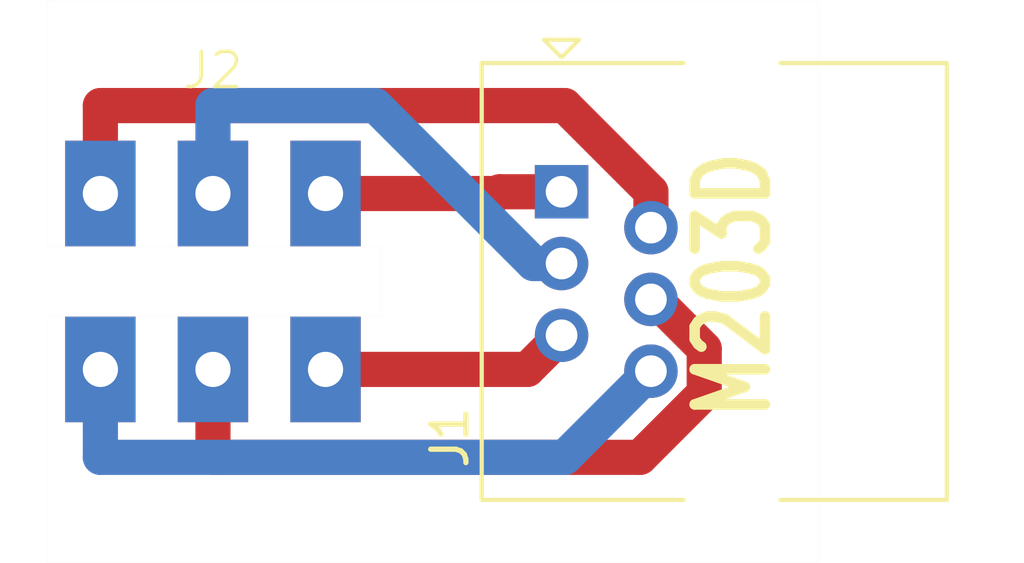
<source format=kicad_pcb>
(kicad_pcb (version 20240108) (generator "pcbnew") (generator_version "8.0")
  (layers (0 "F.Cu" signal) (31 "B.Cu" signal) (34 "B.Paste" user) (35 "F.Paste" user) (36 "B.SilkS" user "B.Silkscreen") (37 "F.SilkS" user "F.Silkscreen") (38 "B.Mask" user) (39 "F.Mask" user) (44 "Edge.Cuts" user))
  (net 0 "")
  (net 1 "/P2")
  (net 2 "/P6")
  (net 3 "/P3")
  (net 4 "/P4")
  (net 5 "/P1")
  (net 6 "/P5")
  (footprint "!M203D:Connector Pads" (layer "F.Cu") (at 107.72 81.77)
    (property "Reference" "J2" (at 0 -6 0) (layer "F.SilkS") (effects (font (thickness 0.1))))
    (property "Value" "Edge Connector")
    (pad "1" thru_hole rect (at -3.2 2.5) (size 2 3) (drill 1) (layers "*.Cu" "*.Mask") (net 2 "/P6"))
    (pad "2" thru_hole rect (at 0 2.5) (size 2 3) (drill 1) (layers "*.Cu" "*.Mask") (net 4 "/P4"))
    (pad "3" thru_hole rect (at 3.2 2.5) (size 2 3) (drill 1) (layers "*.Cu" "*.Mask") (net 6 "/P5"))
    (pad "4" thru_hole rect (at 3.2 -2.5) (size 2 3) (drill 1) (layers "*.Cu" "*.Mask") (net 5 "/P1"))
    (pad "5" thru_hole rect (at 0 -2.5) (size 2 3) (drill 1) (layers "*.Cu" "*.Mask") (net 3 "/P3"))
    (pad "6" thru_hole rect (at -3.2 -2.5) (size 2 3) (drill 1) (layers "*.Cu" "*.Mask") (net 1 "/P2"))
  )
  (footprint "Connector_RJ:RJ25_Wayconn_MJEA-660X1_Horizontal" (layer "F.Cu") (at 117.63 79.22 90)
    (property "Reference" "J1" (at -6.985 -3.175 90) (layer "F.SilkS"))
    (property "Value" "RJ25")
    (fp_line (start 3.66 -2.27) (end 3.66 3.47) (stroke (width 0.12)) (layer "F.SilkS"))
    (fp_line (start -8.76 -2.27) (end 3.66 -2.27) (stroke (width 0.12)) (layer "F.SilkS"))
    (fp_line (start -8.76 -2.27) (end -8.76 3.47) (stroke (width 0.12)) (layer "F.SilkS"))
    (fp_line (start 4.32 -0.5) (end 3.82 0) (stroke (width 0.12)) (layer "F.SilkS"))
    (fp_line (start 4.32 -0.5) (end 4.32 0.5) (stroke (width 0.12)) (layer "F.SilkS"))
    (fp_line (start 3.82 0) (end 4.32 0.5) (stroke (width 0.12)) (layer "F.SilkS"))
    (fp_line (start 3.66 6.22) (end 3.66 10.95) (stroke (width 0.12)) (layer "F.SilkS"))
    (fp_line (start -8.76 6.22) (end -8.76 10.95) (stroke (width 0.12)) (layer "F.SilkS"))
    (fp_line (start -8.76 10.95) (end 3.66 10.95) (stroke (width 0.12)) (layer "F.SilkS"))
    (pad "" np_thru_hole circle (at -8.55 4.84 90) (size 2.5 2.5) (drill 2.5) (layers "F&B.Cu" "*.Mask"))
    (pad "" np_thru_hole circle (at 3.45 4.84 90) (size 2.5 2.5) (drill 2.5) (layers "F&B.Cu" "*.Mask"))
    (pad "1" thru_hole rect (at 0 0 90) (size 1.52 1.52) (drill 0.9) (layers "*.Cu" "*.Mask") (net 5 "/P1"))
    (pad "2" thru_hole circle (at -1.02 2.54 90) (size 1.52 1.52) (drill 0.9) (layers "*.Cu" "*.Mask") (net 1 "/P2"))
    (pad "3" thru_hole circle (at -2.04 0 90) (size 1.52 1.52) (drill 0.9) (layers "*.Cu" "*.Mask") (net 3 "/P3"))
    (pad "4" thru_hole circle (at -3.06 2.54 90) (size 1.52 1.52) (drill 0.9) (layers "*.Cu" "*.Mask") (net 4 "/P4"))
    (pad "5" thru_hole circle (at -4.08 0 90) (size 1.52 1.52) (drill 0.9) (layers "*.Cu" "*.Mask") (net 6 "/P5"))
    (pad "6" thru_hole circle (at -5.1 2.54 90) (size 1.52 1.52) (drill 0.9) (layers "*.Cu" "*.Mask") (net 2 "/P6"))
  )
  (gr_line (start 112.52 80.77) (end 103.02 80.77) (stroke (width 0.002)) (layer "Edge.Cuts"))
  (gr_line (start 112.52 82.77) (end 103.02 82.77) (stroke (width 0.002)) (layer "Edge.Cuts"))
  (gr_line (start 124.92 73.77) (end 124.92 89.77) (stroke (width 0.002)) (layer "Edge.Cuts"))
  (gr_line (start 103.02 80.77) (end 103.02 73.77) (stroke (width 0.002)) (layer "Edge.Cuts"))
  (gr_line (start 103.02 73.77) (end 124.92 73.77) (stroke (width 0.002)) (layer "Edge.Cuts"))
  (gr_line (start 124.92 89.77) (end 103.02 89.77) (stroke (width 0.002)) (layer "Edge.Cuts"))
  (gr_line (start 103.02 89.77) (end 103.02 82.77) (stroke (width 0.002)) (layer "Edge.Cuts"))
  (gr_line (start 112.52 80.77) (end 112.52 82.77) (stroke (width 0.002)) (layer "Edge.Cuts"))
  (gr_text "M203D" (at 123.6735 85.819999 90) (layer "F.SilkS") (effects (font (size 2 1.5) (thickness 0.3) (bold yes)) (justify left bottom)))
  (segment (start 104.52 79.27) (end 104.52 76.77) (width 1) (layer "F.Cu") (net 1))
  (segment (start 120.17 79.2196) (end 120.17 80.24) (width 1) (layer "F.Cu") (net 1))
  (segment (start 104.52 76.77) (end 117.7204 76.77) (width 1) (layer "F.Cu") (net 1))
  (segment (start 117.7204 76.77) (end 120.17 79.2196) (width 1) (layer "F.Cu") (net 1))
  (segment (start 104.52 86.77) (end 117.72 86.77) (width 1) (layer "B.Cu") (net 2))
  (segment (start 104.52 84.27) (end 104.52 86.77) (width 1) (layer "B.Cu") (net 2))
  (segment (start 117.72 86.77) (end 120.17 84.32) (width 1) (layer "B.Cu") (net 2))
  (segment (start 107.72 79.27) (end 107.72 76.77) (width 1) (layer "B.Cu") (net 3))
  (segment (start 116.83 81.26) (end 117.63 81.26) (width 1) (layer "B.Cu") (net 3))
  (segment (start 112.34 76.77) (end 116.83 81.26) (width 1) (layer "B.Cu") (net 3))
  (segment (start 107.72 76.77) (end 112.34 76.77) (width 1) (layer "B.Cu") (net 3))
  (segment (start 107.72 86.77) (end 119.8597 86.77) (width 1) (layer "F.Cu") (net 4))
  (segment (start 121.6846 84.9451) (end 121.6846 83.6815) (width 1) (layer "F.Cu") (net 4))
  (segment (start 120.2831 82.28) (end 120.17 82.28) (width 1) (layer "F.Cu") (net 4))
  (segment (start 121.6846 83.6815) (end 120.2831 82.28) (width 1) (layer "F.Cu") (net 4))
  (segment (start 107.72 84.27) (end 107.72 86.77) (width 1) (layer "F.Cu") (net 4))
  (segment (start 119.8597 86.77) (end 121.6846 84.9451) (width 1) (layer "F.Cu") (net 4))
  (segment (start 117.63 79.22) (end 115.87 79.22) (width 1) (layer "F.Cu") (net 5))
  (segment (start 115.82 79.27) (end 115.87 79.22) (width 1) (layer "F.Cu") (net 5))
  (segment (start 110.92 79.27) (end 115.82 79.27) (width 1) (layer "F.Cu") (net 5))
  (segment (start 116.66 84.27) (end 117.63 83.3) (width 1) (layer "F.Cu") (net 6))
  (segment (start 110.92 84.27) (end 116.66 84.27) (width 1) (layer "F.Cu") (net 6))
)
</source>
